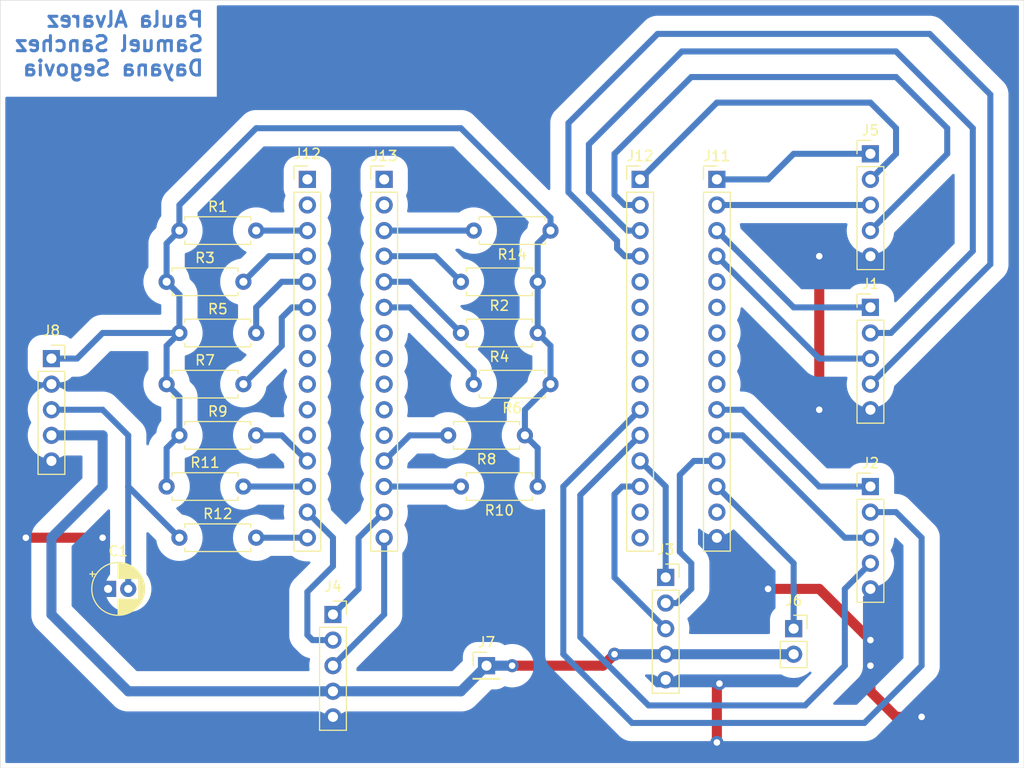
<source format=kicad_pcb>
(kicad_pcb (version 20221018) (generator pcbnew)
  (title_block (title "Sintetizador digital"))
  (layers (0 "F.Cu" signal) (31 "B.Cu" signal) (34 "B.Paste" user) (35 "F.Paste" user) (36 "B.SilkS" user "B.Silkscreen") (37 "F.SilkS" user "F.Silkscreen") (38 "B.Mask" user) (39 "F.Mask" user) (44 "Edge.Cuts" user))
  (net 0 "")
  (net 1 "/101_Fa")
  (net 2 "/49_Mi")
  (net 3 "/99_Sol")
  (net 4 "/52_FaS")
  (net 5 "GND")
  (net 6 "/21_SolS")
  (net 7 "/19_La")
  (net 8 "/20_si")
  (net 9 "/22_LaS")
  (net 10 "/25_EncocanalA")
  (net 11 "/23_EncocanalB")
  (net 12 "/26_EncoSW")
  (net 13 "+5V")
  (net 14 "/33_pEncocanalA")
  (net 15 "/37_pEncocanalB")
  (net 16 "/34_pEncoSW")
  (net 17 "/106_DoS")
  (net 18 "/104_Do")
  (net 19 "/105_ReS")
  (net 20 "/102_Re")
  (net 35 "/9_Do")
  (net 36 "/10_Re")
  (net 37 "/15_Mi")
  (net 38 "/16_FaS")
  (net 44 "/28_SolS")
  (net 45 "/29_LaS")
  (net 48 "/11_DoS")
  (net 49 "/12_ReS")
  (net 50 "/17_Fa")
  (net 51 "/18_sol")
  (net 57 "/31_La")
  (net 58 "/32_Si")
  (net 59 "/L_Notas")
  (net 60 "/R_pistas")
  (net 61 "/38_Pistas")
  (net 62 "/24_on{slash}offpista")
  (footprint "Connector_PinHeader_2.54mm:PinHeader_1x15_P2.54mm_Vertical" (layer "F.Cu") (at 119.38 63.5)
    (fp_text reference "J11" (at 0 -2.33) (layer "F.SilkS"))
    (fp_text value "Entradas2")
    (pad "1" thru_hole rect (at 0 0) (size 1.7 1.7) (drill 1) (layers "*.Cu" "*.Mask") (net 17 "/106_DoS"))
    (pad "2" thru_hole oval (at 0 2.54) (size 1.7 1.7) (drill 1) (layers "*.Cu" "*.Mask") (net 19 "/105_ReS"))
    (pad "3" thru_hole oval (at 0 5.08) (size 1.7 1.7) (drill 1) (layers "*.Cu" "*.Mask") (net 1 "/101_Fa"))
    (pad "4" thru_hole oval (at 0 7.62) (size 1.7 1.7) (drill 1) (layers "*.Cu" "*.Mask") (net 3 "/99_Sol"))
    (pad "5" thru_hole oval (at 0 10.16) (size 1.7 1.7) (drill 1) (layers "*.Cu" "*.Mask"))
    (pad "6" thru_hole oval (at 0 12.7) (size 1.7 1.7) (drill 1) (layers "*.Cu" "*.Mask"))
    (pad "7" thru_hole oval (at 0 15.24) (size 1.7 1.7) (drill 1) (layers "*.Cu" "*.Mask"))
    (pad "8" thru_hole oval (at 0 17.78) (size 1.7 1.7) (drill 1) (layers "*.Cu" "*.Mask"))
    (pad "9" thru_hole oval (at 0 20.32) (size 1.7 1.7) (drill 1) (layers "*.Cu" "*.Mask"))
    (pad "10" thru_hole oval (at 0 22.86) (size 1.7 1.7) (drill 1) (layers "*.Cu" "*.Mask") (net 7 "/19_La"))
    (pad "11" thru_hole oval (at 0 25.4) (size 1.7 1.7) (drill 1) (layers "*.Cu" "*.Mask") (net 8 "/20_si"))
    (pad "12" thru_hole oval (at 0 27.94) (size 1.7 1.7) (drill 1) (layers "*.Cu" "*.Mask") (net 11 "/23_EncocanalB"))
    (pad "13" thru_hole oval (at 0 30.48) (size 1.7 1.7) (drill 1) (layers "*.Cu" "*.Mask") (net 62 "/24_on{slash}offpista"))
    (pad "14" thru_hole oval (at 0 33.02) (size 1.7 1.7) (drill 1) (layers "*.Cu" "*.Mask"))
    (pad "15" thru_hole oval (at 0 35.56) (size 1.7 1.7) (drill 1) (layers "*.Cu" "*.Mask") (net 5 "GND"))
  )
  (footprint "Resistor_THT:R_Axial_DIN0207_L6.3mm_D2.5mm_P7.62mm_Horizontal" (layer "F.Cu") (at 64.77 73.66)
    (fp_text reference "R3" (at 3.81 -2.37) (layer "F.SilkS"))
    (fp_text value "R")
    (pad "1" thru_hole circle (at 0 0) (size 1.6 1.6) (drill 0.8) (layers "*.Cu" "*.Mask") (net 59 "/L_Notas"))
    (pad "2" thru_hole oval (at 7.62 0) (size 1.6 1.6) (drill 0.8) (layers "*.Cu" "*.Mask") (net 49 "/12_ReS"))
  )
  (footprint "Connector_PinHeader_2.54mm:PinHeader_1x05_P2.54mm_Vertical" (layer "F.Cu") (at 134.62 93.98)
    (fp_text reference "J2" (at 0 -2.33) (layer "F.SilkS"))
    (fp_text value "Botones3")
    (pad "1" thru_hole rect (at 0 0) (size 1.7 1.7) (drill 1) (layers "*.Cu" "*.Mask") (net 7 "/19_La"))
    (pad "2" thru_hole oval (at 0 2.54) (size 1.7 1.7) (drill 1) (layers "*.Cu" "*.Mask") (net 6 "/21_SolS"))
    (pad "3" thru_hole oval (at 0 5.08) (size 1.7 1.7) (drill 1) (layers "*.Cu" "*.Mask") (net 8 "/20_si"))
    (pad "4" thru_hole oval (at 0 7.62) (size 1.7 1.7) (drill 1) (layers "*.Cu" "*.Mask") (net 9 "/22_LaS"))
    (pad "5" thru_hole oval (at 0 10.16) (size 1.7 1.7) (drill 1) (layers "*.Cu" "*.Mask") (net 5 "GND"))
  )
  (footprint "Resistor_THT:R_Axial_DIN0207_L6.3mm_D2.5mm_P7.62mm_Horizontal" (layer "F.Cu") (at 64.77 93.98)
    (fp_text reference "R11" (at 3.81 -2.37) (layer "F.SilkS"))
    (fp_text value "R")
    (pad "1" thru_hole circle (at 0 0) (size 1.6 1.6) (drill 0.8) (layers "*.Cu" "*.Mask") (net 59 "/L_Notas"))
    (pad "2" thru_hole oval (at 7.62 0) (size 1.6 1.6) (drill 0.8) (layers "*.Cu" "*.Mask") (net 58 "/32_Si"))
  )
  (footprint "Connector_PinHeader_2.54mm:PinHeader_1x05_P2.54mm_Vertical" (layer "F.Cu") (at 134.62 76.2)
    (fp_text reference "J1" (at 0 -2.33) (layer "F.SilkS"))
    (fp_text value "Botones2")
    (pad "1" thru_hole rect (at 0 0) (size 1.7 1.7) (drill 1) (layers "*.Cu" "*.Mask") (net 1 "/101_Fa"))
    (pad "2" thru_hole oval (at 0 2.54) (size 1.7 1.7) (drill 1) (layers "*.Cu" "*.Mask") (net 2 "/49_Mi"))
    (pad "3" thru_hole oval (at 0 5.08) (size 1.7 1.7) (drill 1) (layers "*.Cu" "*.Mask") (net 3 "/99_Sol"))
    (pad "4" thru_hole oval (at 0 7.62) (size 1.7 1.7) (drill 1) (layers "*.Cu" "*.Mask") (net 4 "/52_FaS"))
    (pad "5" thru_hole oval (at 0 10.16) (size 1.7 1.7) (drill 1) (layers "*.Cu" "*.Mask") (net 5 "GND"))
  )
  (footprint "Resistor_THT:R_Axial_DIN0207_L6.3mm_D2.5mm_P7.62mm_Horizontal" (layer "F.Cu") (at 100.33 88.9 180)
    (fp_text reference "R8" (at 3.81 -2.37) (layer "F.SilkS"))
    (fp_text value "R")
    (pad "1" thru_hole circle (at 0 0 180) (size 1.6 1.6) (drill 0.8) (layers "*.Cu" "*.Mask") (net 59 "/L_Notas"))
    (pad "2" thru_hole oval (at 7.62 0 180) (size 1.6 1.6) (drill 0.8) (layers "*.Cu" "*.Mask") (net 44 "/28_SolS"))
  )
  (footprint "Resistor_THT:R_Axial_DIN0207_L6.3mm_D2.5mm_P7.62mm_Horizontal" (layer "F.Cu") (at 102.87 83.82 180)
    (fp_text reference "R6" (at 3.81 -2.37) (layer "F.SilkS"))
    (fp_text value "R")
    (pad "1" thru_hole circle (at 0 0 180) (size 1.6 1.6) (drill 0.8) (layers "*.Cu" "*.Mask") (net 59 "/L_Notas"))
    (pad "2" thru_hole oval (at 7.62 0 180) (size 1.6 1.6) (drill 0.8) (layers "*.Cu" "*.Mask") (net 38 "/16_FaS"))
  )
  (footprint "Connector_PinHeader_2.54mm:PinHeader_1x15_P2.54mm_Vertical" (layer "F.Cu") (at 111.76 63.5)
    (fp_text reference "J12" (at 0 -2.33) (layer "F.SilkS"))
    (fp_text value "Entradas1")
    (pad "1" thru_hole rect (at 0 0) (size 1.7 1.7) (drill 1) (layers "*.Cu" "*.Mask") (net 18 "/104_Do"))
    (pad "2" thru_hole oval (at 0 2.54) (size 1.7 1.7) (drill 1) (layers "*.Cu" "*.Mask") (net 20 "/102_Re"))
    (pad "3" thru_hole oval (at 0 5.08) (size 1.7 1.7) (drill 1) (layers "*.Cu" "*.Mask") (net 2 "/49_Mi"))
    (pad "4" thru_hole oval (at 0 7.62) (size 1.7 1.7) (drill 1) (layers "*.Cu" "*.Mask") (net 4 "/52_FaS"))
    (pad "5" thru_hole oval (at 0 10.16) (size 1.7 1.7) (drill 1) (layers "*.Cu" "*.Mask"))
    (pad "6" thru_hole oval (at 0 12.7) (size 1.7 1.7) (drill 1) (layers "*.Cu" "*.Mask"))
    (pad "7" thru_hole oval (at 0 15.24) (size 1.7 1.7) (drill 1) (layers "*.Cu" "*.Mask"))
    (pad "8" thru_hole oval (at 0 17.78) (size 1.7 1.7) (drill 1) (layers "*.Cu" "*.Mask"))
    (pad "9" thru_hole oval (at 0 20.32) (size 1.7 1.7) (drill 1) (layers "*.Cu" "*.Mask"))
    (pad "10" thru_hole oval (at 0 22.86) (size 1.7 1.7) (drill 1) (layers "*.Cu" "*.Mask") (net 6 "/21_SolS"))
    (pad "11" thru_hole oval (at 0 25.4) (size 1.7 1.7) (drill 1) (layers "*.Cu" "*.Mask") (net 9 "/22_LaS"))
    (pad "12" thru_hole oval (at 0 27.94) (size 1.7 1.7) (drill 1) (layers "*.Cu" "*.Mask") (net 10 "/25_EncocanalA"))
    (pad "13" thru_hole oval (at 0 30.48) (size 1.7 1.7) (drill 1) (layers "*.Cu" "*.Mask") (net 12 "/26_EncoSW"))
    (pad "14" thru_hole oval (at 0 33.02) (size 1.7 1.7) (drill 1) (layers "*.Cu" "*.Mask"))
    (pad "15" thru_hole oval (at 0 35.56) (size 1.7 1.7) (drill 1) (layers "*.Cu" "*.Mask"))
  )
  (footprint "Connector_PinSocket_2.54mm:PinSocket_1x05_P2.54mm_Vertical" (layer "F.Cu") (at 53.34 81.28)
    (fp_text reference "J8" (at 0 -2.77) (layer "F.SilkS"))
    (fp_text value "PAM")
    (pad "1" thru_hole rect (at 0 0) (size 1.7 1.7) (drill 1) (layers "*.Cu" "*.Mask") (net 59 "/L_Notas"))
    (pad "2" thru_hole oval (at 0 2.54) (size 1.7 1.7) (drill 1) (layers "*.Cu" "*.Mask") (net 5 "GND"))
    (pad "3" thru_hole oval (at 0 5.08) (size 1.7 1.7) (drill 1) (layers "*.Cu" "*.Mask") (net 60 "/R_pistas"))
    (pad "4" thru_hole oval (at 0 7.62) (size 1.7 1.7) (drill 1) (layers "*.Cu" "*.Mask") (net 13 "+5V"))
    (pad "5" thru_hole oval (at 0 10.16) (size 1.7 1.7) (drill 1) (layers "*.Cu" "*.Mask") (net 5 "GND"))
  )
  (footprint "Connector_PinHeader_2.54mm:PinHeader_1x15_P2.54mm_Vertical" (layer "F.Cu") (at 86.36 63.5)
    (fp_text reference "J13" (at 0 -2.33) (layer "F.SilkS"))
    (fp_text value "Salidas1")
    (pad "1" thru_hole rect (at 0 0) (size 1.7 1.7) (drill 1) (layers "*.Cu" "*.Mask"))
    (pad "2" thru_hole oval (at 0 2.54) (size 1.7 1.7) (drill 1) (layers "*.Cu" "*.Mask"))
    (pad "3" thru_hole oval (at 0 5.08) (size 1.7 1.7) (drill 1) (layers "*.Cu" "*.Mask") (net 35 "/9_Do"))
    (pad "4" thru_hole oval (at 0 7.62) (size 1.7 1.7) (drill 1) (layers "*.Cu" "*.Mask") (net 36 "/10_Re"))
    (pad "5" thru_hole oval (at 0 10.16) (size 1.7 1.7) (drill 1) (layers "*.Cu" "*.Mask") (net 37 "/15_Mi"))
    (pad "6" thru_hole oval (at 0 12.7) (size 1.7 1.7) (drill 1) (layers "*.Cu" "*.Mask") (net 38 "/16_FaS"))
    (pad "7" thru_hole oval (at 0 15.24) (size 1.7 1.7) (drill 1) (layers "*.Cu" "*.Mask"))
    (pad "8" thru_hole oval (at 0 17.78) (size 1.7 1.7) (drill 1) (layers "*.Cu" "*.Mask"))
    (pad "9" thru_hole oval (at 0 20.32) (size 1.7 1.7) (drill 1) (layers "*.Cu" "*.Mask"))
    (pad "10" thru_hole oval (at 0 22.86) (size 1.7 1.7) (drill 1) (layers "*.Cu" "*.Mask"))
    (pad "11" thru_hole oval (at 0 25.4) (size 1.7 1.7) (drill 1) (layers "*.Cu" "*.Mask"))
    (pad "12" thru_hole oval (at 0 27.94) (size 1.7 1.7) (drill 1) (layers "*.Cu" "*.Mask") (net 44 "/28_SolS"))
    (pad "13" thru_hole oval (at 0 30.48) (size 1.7 1.7) (drill 1) (layers "*.Cu" "*.Mask") (net 45 "/29_LaS"))
    (pad "14" thru_hole oval (at 0 33.02) (size 1.7 1.7) (drill 1) (layers "*.Cu" "*.Mask") (net 14 "/33_pEncocanalA"))
    (pad "15" thru_hole oval (at 0 35.56) (size 1.7 1.7) (drill 1) (layers "*.Cu" "*.Mask") (net 16 "/34_pEncoSW"))
  )
  (footprint "Resistor_THT:R_Axial_DIN0207_L6.3mm_D2.5mm_P7.62mm_Horizontal" (layer "F.Cu") (at 66.04 99.06)
    (fp_text reference "R12" (at 3.81 -2.37) (layer "F.SilkS"))
    (fp_text value "R")
    (pad "1" thru_hole circle (at 0 0) (size 1.6 1.6) (drill 0.8) (layers "*.Cu" "*.Mask") (net 60 "/R_pistas"))
    (pad "2" thru_hole oval (at 7.62 0) (size 1.6 1.6) (drill 0.8) (layers "*.Cu" "*.Mask") (net 61 "/38_Pistas"))
  )
  (footprint "Resistor_THT:R_Axial_DIN0207_L6.3mm_D2.5mm_P7.62mm_Horizontal" (layer "F.Cu") (at 102.87 68.58 180)
    (fp_text reference "R14" (at 3.81 -2.37) (layer "F.SilkS"))
    (fp_text value "R")
    (pad "1" thru_hole circle (at 0 0 180) (size 1.6 1.6) (drill 0.8) (layers "*.Cu" "*.Mask") (net 59 "/L_Notas"))
    (pad "2" thru_hole oval (at 7.62 0 180) (size 1.6 1.6) (drill 0.8) (layers "*.Cu" "*.Mask") (net 35 "/9_Do"))
  )
  (footprint "Connector_PinHeader_2.54mm:PinHeader_1x01_P2.54mm_Vertical" (layer "F.Cu") (at 96.52 111.76)
    (fp_text reference "J7" (at 0 -2.33) (layer "F.SilkS"))
    (fp_text value "FPGA5V " hide)
    (pad "1" thru_hole rect (at 0 0) (size 1.7 1.7) (drill 1) (layers "*.Cu" "*.Mask") (net 13 "+5V"))
  )
  (footprint "Connector_PinSocket_2.54mm:PinSocket_1x05_P2.54mm_Vertical" (layer "F.Cu") (at 81.28 106.68)
    (fp_text reference "J4" (at 0 -2.77) (layer "F.SilkS"))
    (fp_text value "Encoder pistas")
    (pad "1" thru_hole rect (at 0 0) (size 1.7 1.7) (drill 1) (layers "*.Cu" "*.Mask") (net 14 "/33_pEncocanalA"))
    (pad "2" thru_hole oval (at 0 2.54) (size 1.7 1.7) (drill 1) (layers "*.Cu" "*.Mask") (net 15 "/37_pEncocanalB"))
    (pad "3" thru_hole oval (at 0 5.08) (size 1.7 1.7) (drill 1) (layers "*.Cu" "*.Mask") (net 16 "/34_pEncoSW"))
    (pad "4" thru_hole oval (at 0 7.62) (size 1.7 1.7) (drill 1) (layers "*.Cu" "*.Mask") (net 13 "+5V"))
    (pad "5" thru_hole oval (at 0 10.16) (size 1.7 1.7) (drill 1) (layers "*.Cu" "*.Mask") (net 5 "GND"))
  )
  (footprint "Connector_PinHeader_2.54mm:PinHeader_1x15_P2.54mm_Vertical" (layer "F.Cu") (at 78.74 63.5)
    (fp_text reference "J14" hide)
    (fp_text value "Salidas2")
    (pad "1" thru_hole rect (at 0 0) (size 1.7 1.7) (drill 1) (layers "*.Cu" "*.Mask"))
    (pad "2" thru_hole oval (at 0 2.54) (size 1.7 1.7) (drill 1) (layers "*.Cu" "*.Mask"))
    (pad "3" thru_hole oval (at 0 5.08) (size 1.7 1.7) (drill 1) (layers "*.Cu" "*.Mask") (net 48 "/11_DoS"))
    (pad "4" thru_hole oval (at 0 7.62) (size 1.7 1.7) (drill 1) (layers "*.Cu" "*.Mask") (net 49 "/12_ReS"))
    (pad "5" thru_hole oval (at 0 10.16) (size 1.7 1.7) (drill 1) (layers "*.Cu" "*.Mask") (net 50 "/17_Fa"))
    (pad "6" thru_hole oval (at 0 12.7) (size 1.7 1.7) (drill 1) (layers "*.Cu" "*.Mask") (net 51 "/18_sol"))
    (pad "7" thru_hole oval (at 0 15.24) (size 1.7 1.7) (drill 1) (layers "*.Cu" "*.Mask"))
    (pad "8" thru_hole oval (at 0 17.78) (size 1.7 1.7) (drill 1) (layers "*.Cu" "*.Mask"))
    (pad "9" thru_hole oval (at 0 20.32) (size 1.7 1.7) (drill 1) (layers "*.Cu" "*.Mask"))
    (pad "10" thru_hole oval (at 0 22.86) (size 1.7 1.7) (drill 1) (layers "*.Cu" "*.Mask"))
    (pad "11" thru_hole oval (at 0 25.4) (size 1.7 1.7) (drill 1) (layers "*.Cu" "*.Mask"))
    (pad "12" thru_hole oval (at 0 27.94) (size 1.7 1.7) (drill 1) (layers "*.Cu" "*.Mask") (net 57 "/31_La"))
    (pad "13" thru_hole oval (at 0 30.48) (size 1.7 1.7) (drill 1) (layers "*.Cu" "*.Mask") (net 58 "/32_Si"))
    (pad "14" thru_hole oval (at 0 33.02) (size 1.7 1.7) (drill 1) (layers "*.Cu" "*.Mask") (net 15 "/37_pEncocanalB"))
    (pad "15" thru_hole oval (at 0 35.56) (size 1.7 1.7) (drill 1) (layers "*.Cu" "*.Mask") (net 61 "/38_Pistas"))
  )
  (footprint "Resistor_THT:R_Axial_DIN0207_L6.3mm_D2.5mm_P7.62mm_Horizontal" (layer "F.Cu") (at 66.04 88.9)
    (fp_text reference "R9" (at 3.81 -2.37) (layer "F.SilkS"))
    (fp_text value "R")
    (pad "1" thru_hole circle (at 0 0) (size 1.6 1.6) (drill 0.8) (layers "*.Cu" "*.Mask") (net 59 "/L_Notas"))
    (pad "2" thru_hole oval (at 7.62 0) (size 1.6 1.6) (drill 0.8) (layers "*.Cu" "*.Mask") (net 57 "/31_La"))
  )
  (footprint "Resistor_THT:R_Axial_DIN0207_L6.3mm_D2.5mm_P7.62mm_Horizontal" (layer "F.Cu") (at 101.6 93.98 180)
    (fp_text reference "R10" (at 3.81 -2.37) (layer "F.SilkS"))
    (fp_text value "R")
    (pad "1" thru_hole circle (at 0 0 180) (size 1.6 1.6) (drill 0.8) (layers "*.Cu" "*.Mask") (net 59 "/L_Notas"))
    (pad "2" thru_hole oval (at 7.62 0 180) (size 1.6 1.6) (drill 0.8) (layers "*.Cu" "*.Mask") (net 45 "/29_LaS"))
  )
  (footprint "Connector_PinHeader_2.54mm:PinHeader_1x05_P2.54mm_Vertical" (layer "F.Cu") (at 134.62 60.96)
    (fp_text reference "J5" (at 0 -2.33) (layer "F.SilkS"))
    (fp_text value "Botones1")
    (pad "1" thru_hole rect (at 0 0) (size 1.7 1.7) (drill 1) (layers "*.Cu" "*.Mask") (net 17 "/106_DoS"))
    (pad "2" thru_hole oval (at 0 2.54) (size 1.7 1.7) (drill 1) (layers "*.Cu" "*.Mask") (net 18 "/104_Do"))
    (pad "3" thru_hole oval (at 0 5.08) (size 1.7 1.7) (drill 1) (layers "*.Cu" "*.Mask") (net 19 "/105_ReS"))
    (pad "4" thru_hole oval (at 0 7.62) (size 1.7 1.7) (drill 1) (layers "*.Cu" "*.Mask") (net 20 "/102_Re"))
    (pad "5" thru_hole oval (at 0 10.16) (size 1.7 1.7) (drill 1) (layers "*.Cu" "*.Mask") (net 5 "GND"))
  )
  (footprint "Capacitor_THT:CP_Radial_D5.0mm_P2.00mm" (layer "F.Cu") (at 58.96 104.14)
    (fp_text reference "C1" (at 1 -3.75) (layer "F.SilkS"))
    (fp_text value "C")
    (pad "1" thru_hole rect (at 0 0) (size 1.6 1.6) (drill 0.8) (layers "*.Cu" "*.Mask") (net 5 "GND"))
    (pad "2" thru_hole circle (at 2 0) (size 1.6 1.6) (drill 0.8) (layers "*.Cu" "*.Mask") (net 60 "/R_pistas"))
  )
  (footprint "Resistor_THT:R_Axial_DIN0207_L6.3mm_D2.5mm_P7.62mm_Horizontal" (layer "F.Cu") (at 66.04 68.58)
    (fp_text reference "R1" (at 3.81 -2.37) (layer "F.SilkS"))
    (fp_text value "R")
    (pad "1" thru_hole circle (at 0 0) (size 1.6 1.6) (drill 0.8) (layers "*.Cu" "*.Mask") (net 59 "/L_Notas"))
    (pad "2" thru_hole oval (at 7.62 0) (size 1.6 1.6) (drill 0.8) (layers "*.Cu" "*.Mask") (net 48 "/11_DoS"))
  )
  (footprint "Resistor_THT:R_Axial_DIN0207_L6.3mm_D2.5mm_P7.62mm_Horizontal" (layer "F.Cu") (at 64.77 83.82)
    (fp_text reference "R7" (at 3.81 -2.37) (layer "F.SilkS"))
    (fp_text value "R")
    (pad "1" thru_hole circle (at 0 0) (size 1.6 1.6) (drill 0.8) (layers "*.Cu" "*.Mask") (net 59 "/L_Notas"))
    (pad "2" thru_hole oval (at 7.62 0) (size 1.6 1.6) (drill 0.8) (layers "*.Cu" "*.Mask") (net 51 "/18_sol"))
  )
  (footprint "Resistor_THT:R_Axial_DIN0207_L6.3mm_D2.5mm_P7.62mm_Horizontal" (layer "F.Cu") (at 101.6 78.74 180)
    (fp_text reference "R4" (at 3.81 -2.37) (layer "F.SilkS"))
    (fp_text value "R")
    (pad "1" thru_hole circle (at 0 0 180) (size 1.6 1.6) (drill 0.8) (layers "*.Cu" "*.Mask") (net 59 "/L_Notas"))
    (pad "2" thru_hole oval (at 7.62 0 180) (size 1.6 1.6) (drill 0.8) (layers "*.Cu" "*.Mask") (net 37 "/15_Mi"))
  )
  (footprint "Resistor_THT:R_Axial_DIN0207_L6.3mm_D2.5mm_P7.62mm_Horizontal" (layer "F.Cu") (at 101.6 73.66 180)
    (fp_text reference "R2" (at 3.81 -2.37) (layer "F.SilkS"))
    (fp_text value "R")
    (pad "1" thru_hole circle (at 0 0 180) (size 1.6 1.6) (drill 0.8) (layers "*.Cu" "*.Mask") (net 59 "/L_Notas"))
    (pad "2" thru_hole oval (at 7.62 0 180) (size 1.6 1.6) (drill 0.8) (layers "*.Cu" "*.Mask") (net 36 "/10_Re"))
  )
  (footprint "Connector_PinSocket_2.54mm:PinSocket_1x05_P2.54mm_Vertical" (layer "F.Cu") (at 114.3 103.004)
    (fp_text reference "J3" (at 0 -2.77) (layer "F.SilkS"))
    (fp_text value "Encoder notas")
    (pad "1" thru_hole rect (at 0 0) (size 1.7 1.7) (drill 1) (layers "*.Cu" "*.Mask") (net 10 "/25_EncocanalA"))
    (pad "2" thru_hole oval (at 0 2.54) (size 1.7 1.7) (drill 1) (layers "*.Cu" "*.Mask") (net 11 "/23_EncocanalB"))
    (pad "3" thru_hole oval (at 0 5.08) (size 1.7 1.7) (drill 1) (layers "*.Cu" "*.Mask") (net 12 "/26_EncoSW"))
    (pad "4" thru_hole oval (at 0 7.62) (size 1.7 1.7) (drill 1) (layers "*.Cu" "*.Mask") (net 13 "+5V"))
    (pad "5" thru_hole oval (at 0 10.16) (size 1.7 1.7) (drill 1) (layers "*.Cu" "*.Mask") (net 5 "GND"))
  )
  (footprint "Resistor_THT:R_Axial_DIN0207_L6.3mm_D2.5mm_P7.62mm_Horizontal" (layer "F.Cu") (at 66.04 78.74)
    (fp_text reference "R5" (at 3.81 -2.37) (layer "F.SilkS"))
    (fp_text value "R")
    (pad "1" thru_hole circle (at 0 0) (size 1.6 1.6) (drill 0.8) (layers "*.Cu" "*.Mask") (net 59 "/L_Notas"))
    (pad "2" thru_hole oval (at 7.62 0) (size 1.6 1.6) (drill 0.8) (layers "*.Cu" "*.Mask") (net 50 "/17_Fa"))
  )
  (footprint "Connector_PinSocket_2.54mm:PinSocket_1x02_P2.54mm_Vertical" (layer "F.Cu") (at 127 108.084)
    (fp_text reference "J6" (at 0 -2.77) (layer "F.SilkS"))
    (fp_text value "Switch pistas")
    (pad "1" thru_hole rect (at 0 0) (size 1.7 1.7) (drill 1) (layers "*.Cu" "*.Mask") (net 62 "/24_on{slash}offpista"))
    (pad "2" thru_hole oval (at 0 2.54) (size 1.7 1.7) (drill 1) (layers "*.Cu" "*.Mask") (net 13 "+5V"))
  )
  (gr_rect (start 48.26 45.72) (end 149.86 121.92) (stroke (width 0.05)) (fill none) (layer "Edge.Cuts"))
  (gr_text "Paula Alvarez\nSamuel Sanchez\nDayana Segovia" (at 68.58 53.34) (layer "B.Cu") (effects (font (size 1.5 1.5) (thickness 0.3) bold) (justify left bottom mirror)))
  (gr_text "J12\n" (at 78.74 60.96) (layer "F.SilkS") (effects (font (size 1 1))))
  (segment (start 127 76.2) (end 119.38 68.58) (width 0.6) (layer "B.Cu") (net 1))
  (segment (start 134.62 76.2) (end 127 76.2) (width 0.6) (layer "B.Cu") (net 1))
  (segment (start 106.68 64.77) (end 106.68 60.023066) (width 0.6) (layer "B.Cu") (net 2))
  (segment (start 144.78 70.612) (end 136.652 78.74) (width 0.6) (layer "B.Cu") (net 2))
  (segment (start 136.652 78.74) (end 134.62 78.74) (width 0.6) (layer "B.Cu") (net 2))
  (segment (start 115.903066 50.8) (end 137.16 50.8) (width 0.6) (layer "B.Cu") (net 2))
  (segment (start 137.16 50.8) (end 144.78 58.42) (width 0.6) (layer "B.Cu") (net 2))
  (segment (start 106.68 60.023066) (end 115.903066 50.8) (width 0.6) (layer "B.Cu") (net 2))
  (segment (start 110.49 68.58) (end 106.68 64.77) (width 0.6) (layer "B.Cu") (net 2))
  (segment (start 144.78 58.42) (end 144.78 70.612) (width 0.6) (layer "B.Cu") (net 2))
  (segment (start 111.76 68.58) (end 110.49 68.58) (width 0.6) (layer "B.Cu") (net 2))
  (segment (start 134.62 81.28) (end 129.54 81.28) (width 0.6) (layer "B.Cu") (net 3))
  (segment (start 129.54 81.28) (end 119.38 71.12) (width 0.6) (layer "B.Cu") (net 3))
  (segment (start 104.648 57.912) (end 113.5 49.06) (width 0.6) (layer "B.Cu") (net 4))
  (segment (start 146.52 71.92) (end 134.62 83.82) (width 0.6) (layer "B.Cu") (net 4))
  (segment (start 104.648 64.77) (end 104.648 57.912) (width 0.6) (layer "B.Cu") (net 4))
  (segment (start 146.52 55.08) (end 146.52 71.92) (width 0.6) (layer "B.Cu") (net 4))
  (segment (start 140.5 49.06) (end 146.52 55.08) (width 0.6) (layer "B.Cu") (net 4))
  (segment (start 111.76 71.12) (end 110.236 71.12) (width 0.6) (layer "B.Cu") (net 4))
  (segment (start 109.474 70.358) (end 109.474 69.596) (width 0.6) (layer "B.Cu") (net 4))
  (segment (start 110.236 71.12) (end 109.474 70.358) (width 0.6) (layer "B.Cu") (net 4))
  (segment (start 113.5 49.06) (end 140.5 49.06) (width 0.6) (layer "B.Cu") (net 4))
  (segment (start 109.474 69.596) (end 104.648 64.77) (width 0.6) (layer "B.Cu") (net 4))
  (segment (start 119.38 113.792) (end 119.634 113.538) (width 1) (layer "F.Cu") (net 5))
  (segment (start 137.16 116.84) (end 139.7 116.84) (width 1) (layer "F.Cu") (net 5))
  (segment (start 134.62 111.76) (end 134.62 114.3) (width 1) (layer "F.Cu") (net 5))
  (segment (start 129.54 104.14) (end 124.46 104.14) (width 1) (layer "F.Cu") (net 5))
  (segment (start 50.8 99.06) (end 58.42 99.06) (width 1) (layer "F.Cu") (net 5))
  (segment (start 134.62 114.3) (end 137.16 116.84) (width 1) (layer "F.Cu") (net 5))
  (segment (start 134.62 109.22) (end 129.54 104.14) (width 1) (layer "F.Cu") (net 5))
  (segment (start 119.38 119.38) (end 119.38 113.792) (width 1) (layer "F.Cu") (net 5))
  (segment (start 129.54 71.12) (end 129.54 86.36) (width 1) (layer "F.Cu") (net 5))
  (via (at 124.46 104.14) (size 1.1) (drill 0.65) (layers "F.Cu" "B.Cu") (net 5))
  (via (at 58.42 99.06) (size 1.3) (drill 0.65) (layers "F.Cu" "B.Cu") (net 5))
  (via (at 129.54 86.36) (size 1.3) (drill 0.65) (layers "F.Cu" "B.Cu") (net 5))
  (via (at 50.8 99.06) (size 1.1) (drill 0.65) (layers "F.Cu" "B.Cu") (net 5))
  (via (at 134.62 109.22) (size 1.3) (drill 0.65) (layers "F.Cu" "B.Cu") (net 5))
  (via (at 134.62 111.76) (size 1.1) (drill 0.65) (layers "F.Cu" "B.Cu") (net 5))
  (via (at 119.38 119.38) (size 1.3) (drill 0.65) (layers "F.Cu" "B.Cu") (net 5))
  (via (at 119.634 113.538) (size 1.3) (drill 0.65) (layers "F.Cu" "B.Cu") (net 5))
  (via (at 129.54 71.12) (size 1.3) (drill 0.65) (layers "F.Cu" "B.Cu") (net 5))
  (via (at 139.7 116.84) (size 1.1) (drill 0.65) (layers "F.Cu" "B.Cu") (net 5))
  (segment (start 134.016 117.444) (end 110.96 117.444) (width 0.6) (layer "B.Cu") (net 6))
  (segment (start 139.7 99.06) (end 139.7 111.76) (width 0.6) (layer "B.Cu") (net 6))
  (segment (start 104.14 93.98) (end 111.76 86.36) (width 0.6) (layer "B.Cu") (net 6))
  (segment (start 110.96 117.444) (end 104.14 110.624) (width 0.6) (layer "B.Cu") (net 6))
  (segment (start 137.16 96.52) (end 139.7 99.06) (width 0.6) (layer "B.Cu") (net 6))
  (segment (start 139.7 111.76) (end 134.016 117.444) (width 0.6) (layer "B.Cu") (net 6))
  (segment (start 104.14 110.624) (end 104.14 93.98) (width 0.6) (layer "B.Cu") (net 6))
  (segment (start 134.62 96.52) (end 137.16 96.52) (width 0.6) (layer "B.Cu") (net 6))
  (segment (start 121.92 86.36) (end 129.54 93.98) (width 0.6) (layer "B.Cu") (net 7))
  (segment (start 119.38 86.36) (end 121.92 86.36) (width 0.6) (layer "B.Cu") (net 7))
  (segment (start 129.54 93.98) (end 134.62 93.98) (width 0.6) (layer "B.Cu") (net 7))
  (segment (start 119.38 88.9) (end 121.92 88.9) (width 0.6) (layer "B.Cu") (net 8))
  (segment (start 121.92 88.9) (end 132.08 99.06) (width 0.6) (layer "B.Cu") (net 8))
  (segment (start 132.08 99.06) (end 134.62 99.06) (width 0.6) (layer "B.Cu") (net 8))
  (segment (start 105.826 94.834) (end 105.826 108.932714) (width 0.6) (layer "B.Cu") (net 9))
  (segment (start 105.826 108.932714) (end 112.597286 115.704) (width 0.6) (layer "B.Cu") (net 9))
  (segment (start 132.08 104.14) (end 134.62 101.6) (width 0.6) (layer "B.Cu") (net 9))
  (segment (start 112.597286 115.704) (end 128.136 115.704) (width 0.6) (layer "B.Cu") (net 9))
  (segment (start 111.76 88.9) (end 105.826 94.834) (width 0.6) (layer "B.Cu") (net 9))
  (segment (start 128.136 115.704) (end 132.08 111.76) (width 0.6) (layer "B.Cu") (net 9))
  (segment (start 132.08 111.76) (end 132.08 104.14) (width 0.6) (layer "B.Cu") (net 9))
  (segment (start 114.3 93.98) (end 114.3 103.004) (width 0.6) (layer "B.Cu") (net 10))
  (segment (start 114.3 93.98) (end 111.76 91.44) (width 0.6) (layer "B.Cu") (net 10))
  (segment (start 115.436 105.544) (end 114.3 105.544) (width 0.6) (layer "B.Cu") (net 11))
  (segment (start 115.704 92.83) (end 115.704 100.464) (width 0.6) (layer "B.Cu") (net 11))
  (segment (start 116.84 101.6) (end 116.84 104.14) (width 0.6) (layer "B.Cu") (net 11))
  (segment (start 116.84 104.14) (end 115.436 105.544) (width 0.6) (layer "B.Cu") (net 11))
  (segment (start 117.094 91.44) (end 115.704 92.83) (width 0.6) (layer "B.Cu") (net 11))
  (segment (start 119.38 91.44) (end 117.094 91.44) (width 0.6) (layer "B.Cu") (net 11))
  (segment (start 115.704 100.464) (end 116.84 101.6) (width 0.6) (layer "B.Cu") (net 11))
  (segment (start 111.76 93.98) (end 109.982 93.98) (width 0.6) (layer "B.Cu") (net 12))
  (segment (start 109.22 94.742) (end 109.22 103.004) (width 0.6) (layer "B.Cu") (net 12))
  (segment (start 109.22 103.004) (end 114.3 108.084) (width 0.6) (layer "B.Cu") (net 12))
  (segment (start 109.982 93.98) (end 109.22 94.742) (width 0.6) (layer "B.Cu") (net 12))
  (segment (start 99.06 111.76) (end 108.084 111.76) (width 1) (layer "F.Cu") (net 13))
  (segment (start 108.084 111.76) (end 109.22 110.624) (width 1) (layer "F.Cu") (net 13))
  (via (at 109.22 110.624) (size 1.3) (drill 0.65) (layers "F.Cu" "B.Cu") (net 13))
  (via (at 99.06 111.76) (size 1.3) (drill 0.65) (layers "F.Cu" "B.Cu") (net 13))
  (segment (start 96.52 111.76) (end 99.06 111.76) (width 1) (layer "B.Cu") (net 13))
  (segment (start 81.28 114.3) (end 93.98 114.3) (width 1) (layer "B.Cu") (net 13))
  (segment (start 53.34 99.06) (end 53.34 106.68) (width 1) (layer "B.Cu") (net 13))
  (segment (start 93.98 114.3) (end 96.52 111.76) (width 1) (layer "B.Cu") (net 13))
  (segment (start 53.34 88.9) (end 58.42 88.9) (width 1) (layer "B.Cu") (net 13))
  (segment (start 53.34 106.68) (end 60.96 114.3) (width 1) (layer "B.Cu") (net 13))
  (segment (start 58.42 93.98) (end 53.34 99.06) (width 1) (layer "B.Cu") (net 13))
  (segment (start 58.42 88.9) (end 58.42 93.98) (width 1) (layer "B.Cu") (net 13))
  (segment (start 114.3 110.624) (end 127 110.624) (width 1) (layer "B.Cu") (net 13))
  (segment (start 114.3 110.624) (end 109.22 110.624) (width 1) (layer "B.Cu") (net 13))
  (segment (start 60.96 114.3) (end 81.28 114.3) (width 1) (layer "B.Cu") (net 13))
  (segment (start 83.82 99.06) (end 83.82 104.14) (width 0.6) (layer "B.Cu") (net 14))
  (segment (start 86.36 96.52) (end 83.82 99.06) (width 0.6) (layer "B.Cu") (net 14))
  (segment (start 83.82 104.14) (end 81.28 106.68) (width 0.6) (layer "B.Cu") (net 14))
  (segment (start 81.28 101.890778) (end 81.28 99.06) (width 0.6) (layer "B.Cu") (net 15))
  (segment (start 81.28 99.06) (end 78.74 96.52) (width 0.6) (layer "B.Cu") (net 15))
  (segment (start 81.28 109.22) (end 79.248 109.22) (width 0.6) (layer "B.Cu") (net 15))
  (segment (start 79.248 109.22) (end 78.74 108.712) (width 0.6) (layer "B.Cu") (net 15))
  (segment (start 78.74 108.712) (end 78.74 104.430778) (width 0.6) (layer "B.Cu") (net 15))
  (segment (start 78.74 104.430778) (end 81.28 101.890778) (width 0.6) (layer "B.Cu") (net 15))
  (segment (start 81.28 111.76) (end 86.36 106.68) (width 0.6) (layer "B.Cu") (net 16))
  (segment (start 86.36 106.68) (end 86.36 99.06) (width 0.6) (layer "B.Cu") (net 16))
  (segment (start 127 60.96) (end 134.62 60.96) (width 0.6) (layer "B.Cu") (net 17))
  (segment (start 124.46 63.5) (end 127 60.96) (width 0.6) (layer "B.Cu") (net 17))
  (segment (start 119.38 63.5) (end 124.46 63.5) (width 0.6) (layer "B.Cu") (net 17))
  (segment (start 137.16 58.42) (end 137.16 60.96) (width 0.6) (layer "B.Cu") (net 18))
  (segment (start 111.76 63.5) (end 119.38 55.88) (width 0.6) (layer "B.Cu") (net 18))
  (segment (start 137.16 60.96) (end 135.223869 62.896131) (width 0.6) (layer "B.Cu") (net 18))
  (segment (start 134.62 55.88) (end 137.16 58.42) (width 0.6) (layer "B.Cu") (net 18))
  (segment (start 119.38 55.88) (end 134.62 55.88) (width 0.6) (layer "B.Cu") (net 18))
  (segment (start 119.38 66.04) (end 134.62 66.04) (width 0.6) (layer "B.Cu") (net 19))
  (segment (start 116.84 53.34) (end 137.16 53.34) (width 0.6) (layer "B.Cu") (net 20))
  (segment (start 111.76 66.04) (end 110.236 66.04) (width 0.6) (layer "B.Cu") (net 20))
  (segment (start 137.16 53.34) (end 142.24 58.42) (width 0.6) (layer "B.Cu") (net 20))
  (segment (start 142.24 58.42) (end 142.24 60.96) (width 0.6) (layer "B.Cu") (net 20))
  (segment (start 110.236 66.04) (end 109.22 65.024) (width 0.6) (layer "B.Cu") (net 20))
  (segment (start 142.24 60.96) (end 134.62 68.58) (width 0.6) (layer "B.Cu") (net 20))
  (segment (start 109.22 65.024) (end 109.22 60.96) (width 0.6) (layer "B.Cu") (net 20))
  (segment (start 109.22 60.96) (end 116.84 53.34) (width 0.6) (layer "B.Cu") (net 20))
  (segment (start 86.36 68.58) (end 95.25 68.58) (width 0.6) (layer "B.Cu") (net 35))
  (segment (start 86.36 71.12) (end 91.44 71.12) (width 0.6) (layer "B.Cu") (net 36))
  (segment (start 91.44 71.12) (end 93.98 73.66) (width 0.6) (layer "B.Cu") (net 36))
  (segment (start 86.36 73.66) (end 88.9 73.66) (width 0.6) (layer "B.Cu") (net 37))
  (segment (start 88.9 73.66) (end 93.98 78.74) (width 0.6) (layer "B.Cu") (net 37))
  (segment (start 86.36 76.2) (end 88.9 76.2) (width 0.6) (layer "B.Cu") (net 38))
  (segment (start 95.25 82.55) (end 95.25 83.82) (width 0.6) (layer "B.Cu") (net 38))
  (segment (start 88.9 76.2) (end 95.25 82.55) (width 0.6) (layer "B.Cu") (net 38))
  (segment (start 88.9 88.9) (end 92.71 88.9) (width 0.6) (layer "B.Cu") (net 44))
  (segment (start 86.36 91.44) (end 88.9 88.9) (width 0.6) (layer "B.Cu") (net 44))
  (segment (start 86.36 93.98) (end 93.98 93.98) (width 0.6) (layer "B.Cu") (net 45))
  (segment (start 78.74 68.58) (end 73.66 68.58) (width 0.6) (layer "B.Cu") (net 48))
  (segment (start 78.74 71.12) (end 74.93 71.12) (width 0.6) (layer "B.Cu") (net 49))
  (segment (start 74.93 71.12) (end 72.39 73.66) (width 0.6) (layer "B.Cu") (net 49))
  (segment (start 73.66 76.2) (end 73.66 78.74) (width 0.6) (layer "B.Cu") (net 50))
  (segment (start 76.2 73.66) (end 73.66 76.2) (width 0.6) (layer "B.Cu") (net 50))
  (segment (start 78.74 73.66) (end 76.2 73.66) (width 0.6) (layer "B.Cu") (net 50))
  (segment (start 76.2 80.01) (end 72.39 83.82) (width 0.6) (layer "B.Cu") (net 51))
  (segment (start 76.2 77.216) (end 76.2 80.01) (width 0.6) (layer "B.Cu") (net 51))
  (segment (start 77.216 76.2) (end 76.2 77.216) (width 0.6) (layer "B.Cu") (net 51))
  (segment (start 78.74 76.2) (end 77.216 76.2) (width 0.6) (layer "B.Cu") (net 51))
  (segment (start 78.74 91.44) (end 76.2 88.9) (width 0.6) (layer "B.Cu") (net 57))
  (segment (start 76.2 88.9) (end 73.66 88.9) (width 0.6) (layer "B.Cu") (net 57))
  (segment (start 78.74 93.98) (end 72.39 93.98) (width 0.6) (layer "B.Cu") (net 58))
  (segment (start 66.04 74.93) (end 64.77 73.66) (width 0.6) (layer "B.Cu") (net 59))
  (segment (start 64.77 83.82) (end 64.77 80.01) (width 0.6) (layer "B.Cu") (net 59))
  (segment (start 64.77 69.85) (end 66.04 68.58) (width 0.6) (layer "B.Cu") (net 59))
  (segment (start 66.04 88.9) (end 66.04 85.09) (width 0.6) (layer "B.Cu") (net 59))
  (segment (start 101.6 93.98) (end 101.6 90.17) (width 0.6) (layer "B.Cu") (net 59))
  (segment (start 102.87 83.82) (end 102.87 80.01) (width 0.6) (layer "B.Cu") (net 59))
  (segment (start 100.33 88.9) (end 100.33 86.36) (width 0.6) (layer "B.Cu") (net 59))
  (segment (start 55.88 81.28) (end 58.42 78.74) (width 0.6) (layer "B.Cu") (net 59))
  (segment (start 66.04 66.04) (end 66.04 68.58) (width 0.6) (layer "B.Cu") (net 59))
  (segment (start 100.33 86.36) (end 102.87 83.82) (width 0.6) (layer "B.Cu") (net 59))
  (segment (start 66.04 78.74) (end 58.42 78.74) (width 0.6) (layer "B.Cu") (net 59))
  (segment (start 66.04 85.09) (end 64.77 83.82) (width 0.6) (layer "B.Cu") (net 59))
  (segment (start 102.87 80.01) (end 101.6 78.74) (width 0.6) (layer "B.Cu") (net 59))
  (segment (start 66.04 78.74) (end 66.04 74.93) (width 0.6) (layer "B.Cu") (net 59))
  (segment (start 64.77 80.01) (end 66.04 78.74) (width 0.6) (layer "B.Cu") (net 59))
  (segment (start 64.77 73.66) (end 64.77 69.85) (width 0.6) (layer "B.Cu") (net 59))
  (segment (start 93.98 58.42) (end 73.66 58.42) (width 0.6) (layer "B.Cu") (net 59))
  (segment (start 101.6 90.17) (end 100.33 88.9) (width 0.6) (layer "B.Cu") (net 59))
  (segment (start 101.6 78.74) (end 101.6 73.66) (width 0.6) (layer "B.Cu") (net 59))
  (segment (start 101.6 69.85) (end 102.87 68.58) (width 0.6) (layer "B.Cu") (net 59))
  (segment (start 53.34 81.28) (end 55.88 81.28) (width 0.6) (layer "B.Cu") (net 59))
  (segment (start 64.77 90.17) (end 66.04 88.9) (width 0.6) (layer "B.Cu") (net 59))
  (segment (start 101.6 73.66) (end 101.6 69.85) (width 0.6) (layer "B.Cu") (net 59))
  (segment (start 64.77 93.98) (end 64.77 90.17) (width 0.6) (layer "B.Cu") (net 59))
  (segment (start 102.87 67.31) (end 93.98 58.42) (width 0.6) (layer "B.Cu") (net 59))
  (segment (start 102.87 68.58) (end 102.87 67.31) (width 0.6) (layer "B.Cu") (net 59))
  (segment (start 73.66 58.42) (end 66.04 66.04) (width 0.6) (layer "B.Cu") (net 59))
  (segment (start 60.96 104.14) (end 60.96 93.98) (width 0.6) (layer "B.Cu") (net 60))
  (segment (start 58.42 86.36) (end 53.34 86.36) (width 0.6) (layer "B.Cu") (net 60))
  (segment (start 66.04 99.06) (end 60.96 93.98) (width 0.6) (layer "B.Cu") (net 60))
  (segment (start 60.96 88.9) (end 58.42 86.36) (width 0.6) (layer "B.Cu") (net 60))
  (segment (start 60.96 93.98) (end 60.96 88.9) (width 0.6) (layer "B.Cu") (net 60))
  (segment (start 78.74 99.06) (end 73.66 99.06) (width 0.6) (layer "B.Cu") (net 61))
  (segment (start 127 101.6) (end 127 108.084) (width 0.6) (layer "B.Cu") (net 62))
  (segment (start 127 101.6) (end 119.38 93.98) (width 0.6) (layer "B.Cu") (net 62))
  (zone (net 5) (net_name "GND") (layer "B.Cu") (connect_pads yes (clearance 1.5)) (min_thickness 0.25) (fill yes (thermal_gap 0.5) (thermal_bridge_width 0.5))
    (polygon (pts (xy 48.26 45.72) (xy 48.26 121.92) (xy 149.86 121.92) (xy 149.86 45.72)))
  )
)
</source>
